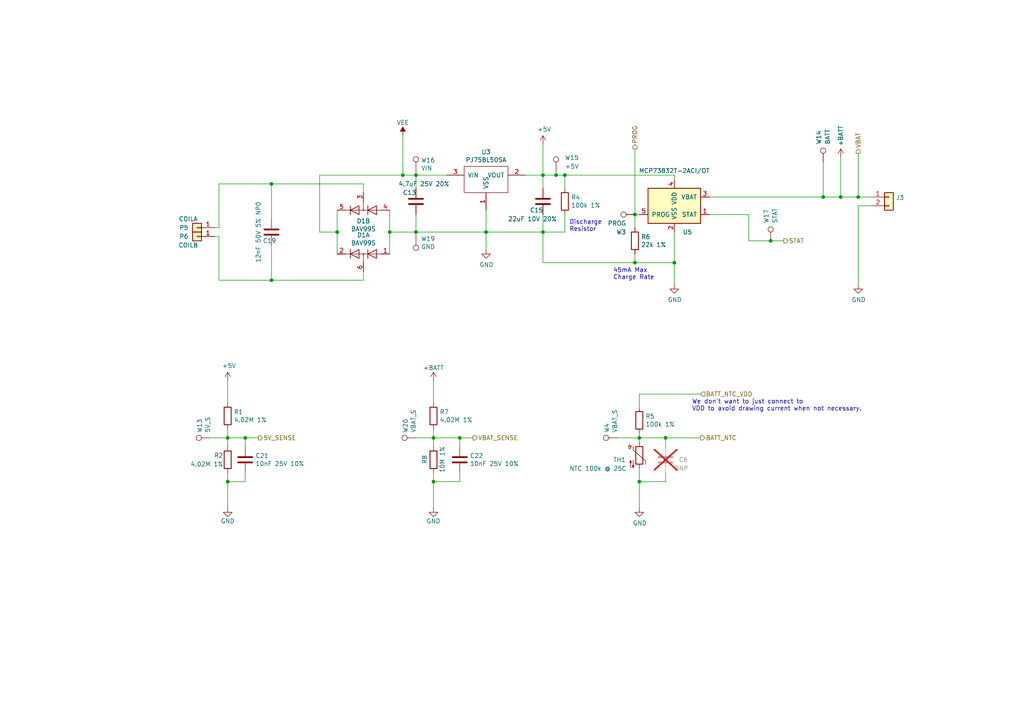
<source format=kicad_sch>
(kicad_sch (version 20230121) (generator eeschema)
  (paper "A4")
  (title_block (title "Pixels D6 Schematic, Main") (date "2022-08-26") (rev "3") (company "Systemic Games, LLC") (comment 1 "Wireless Charging"))
  (lib_symbols
    (symbol "Connector_Generic:Conn_01x01" (pin_names (offset 1.016) hide)
      (property "Reference" "J" (at 0 2.54 0))
      (property "Value" "Conn_01x01" (at 0 -2.54 0))
      (symbol "Conn_01x01_1_1"
        (rectangle (start -1.27 0.127) (end 0 -0.127) (stroke (width 0.1524)))
        (rectangle (start -1.27 1.27) (end 1.27 -1.27) (stroke (width 0.254)) (fill (type background)))
        (pin passive line (at -5.08 0 0) (length 3.81) (name "Pin_1") (number "1"))
      )
    )
    (symbol "Connector_Generic:Conn_01x02" (pin_names (offset 1.016) hide)
      (property "Reference" "J" (at 0 2.54 0))
      (property "Value" "Conn_01x02" (at 0 -5.08 0))
      (symbol "Conn_01x02_1_1"
        (rectangle (start -1.27 -2.413) (end 0 -2.667) (stroke (width 0.1524)))
        (rectangle (start -1.27 0.127) (end 0 -0.127) (stroke (width 0.1524)))
        (rectangle (start -1.27 1.27) (end 1.27 -3.81) (stroke (width 0.254)) (fill (type background)))
        (pin passive line (at -5.08 0 0) (length 3.81) (name "Pin_1") (number "1"))
        (pin passive line (at -5.08 -2.54 0) (length 3.81) (name "Pin_2") (number "2"))
      )
    )
    (symbol "Device:C" (pin_numbers hide) (pin_names (offset 0.254))
      (property "Reference" "C" (at 0.635 2.54 0))
      (property "Value" "C" (at 0.635 -2.54 0))
      (symbol "C_0_1"
        (polyline (pts (xy -2.032 -0.762) (xy 2.032 -0.762)) (stroke (width 0.508)))
        (polyline (pts (xy -2.032 0.762) (xy 2.032 0.762)) (stroke (width 0.508)))
      )
      (symbol "C_1_1"
        (pin passive line (at 0 3.81 270) (length 2.794) (name "~") (number "1"))
        (pin passive line (at 0 -3.81 90) (length 2.794) (name "~") (number "2"))
      )
    )
    (symbol "Device:R" (pin_numbers hide) (pin_names (offset 0))
      (property "Reference" "R" (at 2.032 0 90))
      (property "Value" "R" (at 0 0 90))
      (symbol "R_0_1"
        (rectangle (start -1.016 -2.54) (end 1.016 2.54) (stroke (width 0.254)))
      )
      (symbol "R_1_1"
        (pin passive line (at 0 3.81 270) (length 1.27) (name "~") (number "1"))
        (pin passive line (at 0 -3.81 90) (length 1.27) (name "~") (number "2"))
      )
    )
    (symbol "Device:Thermistor_NTC" (pin_numbers hide) (pin_names (offset 0))
      (property "Reference" "TH" (at -4.445 0 90))
      (property "Value" "Thermistor_NTC" (at 3.175 0 90))
      (symbol "Thermistor_NTC_0_1"
        (arc (start -3.048 2.159) (mid -3.0495 2.3143) (end -3.175 2.413))
        (arc (start -3.048 2.159) (mid -2.9736 1.9794) (end -2.794 1.905))
        (arc (start -3.048 2.794) (mid -2.9736 2.6144) (end -2.794 2.54))
        (arc (start -2.794 1.905) (mid -2.6144 1.9794) (end -2.54 2.159))
        (arc (start -2.794 2.54) (mid -2.4393 2.5587) (end -2.159 2.794))
        (arc (start -2.794 3.048) (mid -2.9736 2.9736) (end -3.048 2.794))
        (arc (start -2.54 2.794) (mid -2.6144 2.9736) (end -2.794 3.048))
        (rectangle (start -1.016 2.54) (end 1.016 -2.54) (stroke (width 0.254)))
        (polyline (pts (xy -2.54 2.159) (xy -2.54 2.794)))
        (polyline (pts (xy -1.778 2.54) (xy -1.778 1.524) (xy 1.778 -1.524) (xy 1.778 -2.54)))
        (polyline (pts (xy -2.54 -3.683) (xy -2.54 -1.397) (xy -2.794 -2.159) (xy -2.286 -2.159) (xy -2.54 -1.397) (xy -2.54 -1.651)) (fill (type outline)))
        (polyline (pts (xy -1.778 -1.397) (xy -1.778 -3.683) (xy -2.032 -2.921) (xy -1.524 -2.921) (xy -1.778 -3.683) (xy -1.778 -3.429)) (fill (type outline)))
      )
      (symbol "Thermistor_NTC_1_1"
        (pin passive line (at 0 3.81 270) (length 1.27) (name "~") (number "1"))
        (pin passive line (at 0 -3.81 90) (length 1.27) (name "~") (number "2"))
      )
    )
    (symbol "Pixels-dice:BAV99S-diode" (pin_names (offset 0.0254) hide)
      (property "Reference" "D" (at 0 2.54 0))
      (property "Value" "BAV99S-diode" (at 0 5.08 0))
      (symbol "BAV99S-diode_0_1"
        (polyline (pts (xy -5.08 0) (xy 5.08 0)))
        (polyline (pts (xy 0 0) (xy 0 -2.54)))
        (polyline (pts (xy -1.27 -1.27) (xy -1.27 1.27) (xy -1.27 1.27)) (stroke (width 0.2032)))
        (polyline (pts (xy 3.81 1.27) (xy 3.81 -1.27) (xy 3.81 -1.27)) (stroke (width 0.2032)))
        (polyline (pts (xy -3.81 1.27) (xy -1.27 0) (xy -3.81 -1.27) (xy -3.81 1.27) (xy -3.81 1.27) (xy -3.81 1.27)) (stroke (width 0.2032)))
        (polyline (pts (xy 1.27 1.27) (xy 3.81 0) (xy 1.27 -1.27) (xy 1.27 1.27) (xy 1.27 1.27) (xy 1.27 1.27)) (stroke (width 0.2032)))
        (circle (center 0 0) (radius 0.127))
      )
      (symbol "BAV99S-diode_1_1"
        (polyline (pts (xy 6.35 0) (xy 7.62 0)))
        (pin passive line (at -7.62 0 0) (length 2.54) (name "A1") (number "1"))
        (pin passive line (at 7.62 0 180) (length 2.54) (name "K2") (number "2"))
        (pin passive line (at 0 -5.08 90) (length 2.54) (name "K3A4") (number "6"))
      )
      (symbol "BAV99S-diode_2_1"
        (polyline (pts (xy 6.35 0) (xy 7.62 0)))
        (pin passive line (at 0 -5.08 90) (length 2.54) (name "K1A2") (number "3"))
        (pin passive line (at -7.62 0 0) (length 2.54) (name "A3") (number "4"))
        (pin passive line (at 7.62 0 180) (length 2.54) (name "K4") (number "5"))
      )
    )
    (symbol "Pixels-dice:HX6306P502MR" (pin_names (offset 1.016))
      (property "Reference" "U" (at 3.81 -6.35 0))
      (property "Value" "HX6306P502MR" (at 0 3.81 0))
      (symbol "HX6306P502MR_0_1"
        (rectangle (start -6.35 2.54) (end 6.35 -5.08))
      )
      (symbol "HX6306P502MR_1_1"
        (pin power_in line (at 0 -10.16 90) (length 5.08) (name "VSS") (number "1"))
        (pin power_out line (at 11.43 0 180) (length 5.08) (name "VOUT") (number "2"))
        (pin power_in line (at -11.43 0 0) (length 5.08) (name "VIN") (number "3"))
      )
    )
    (symbol "Pixels-dice:MCP73831-2-OT-battery_management" (pin_names (offset 1.016))
      (property "Reference" "U" (at -7.62 6.35 0))
      (property "Value" "MCP73831-2-OT-battery_management" (at 1.27 6.35 0))
      (symbol "MCP73831-2-OT-battery_management_0_1"
        (rectangle (start -7.62 5.08) (end 7.62 -5.08) (stroke (width 0.254)) (fill (type background)))
      )
      (symbol "MCP73831-2-OT-battery_management_1_1"
        (pin output line (at 10.16 -2.54 180) (length 2.54) (name "STAT") (number "1"))
        (pin power_in line (at 0 -7.62 90) (length 2.54) (name "VSS") (number "2"))
        (pin power_out line (at 10.16 2.54 180) (length 2.54) (name "VBAT") (number "3"))
        (pin power_in line (at 0 7.62 270) (length 2.54) (name "VDD") (number "4"))
        (pin input line (at -10.16 -2.54 0) (length 2.54) (name "PROG") (number "5"))
      )
    )
    (symbol "Pixels-dice:TEST_1P-conn" (pin_numbers hide) (pin_names (offset 0.762) hide) (in_bom no)
      (property "Reference" "W" (at 0 6.858 0))
      (property "Value" "TEST_1P-conn" (at 0 5.08 0))
      (symbol "TEST_1P-conn_0_1"
        (circle (center 0 3.302) (radius 0.762))
      )
      (symbol "TEST_1P-conn_1_1"
        (pin passive line (at 0 0 90) (length 2.54) (name "1") (number "1"))
      )
    )
    (symbol "TEST_1P-conn_1" (pin_numbers hide) (pin_names (offset 0.762) hide) (in_bom no)
      (property "Reference" "W" (at 0 6.858 0))
      (property "Value" "TEST_1P-conn_1" (at 0 5.08 0))
      (symbol "TEST_1P-conn_1_0_1"
        (circle (center 0 3.302) (radius 0.762))
      )
      (symbol "TEST_1P-conn_1_1_1"
        (pin passive line (at 0 0 90) (length 2.54) (name "1") (number "1"))
      )
    )
    (symbol "TEST_1P-conn_2" (pin_numbers hide) (pin_names (offset 0.762) hide) (in_bom no)
      (property "Reference" "W" (at 0 6.858 0))
      (property "Value" "TEST_1P-conn_2" (at 0 5.08 0))
      (symbol "TEST_1P-conn_2_0_1"
        (circle (center 0 3.302) (radius 0.762))
      )
      (symbol "TEST_1P-conn_2_1_1"
        (pin passive line (at 0 0 90) (length 2.54) (name "1") (number "1"))
      )
    )
    (symbol "TEST_1P-conn_3" (pin_numbers hide) (pin_names (offset 0.762) hide) (in_bom no)
      (property "Reference" "W" (at 0 6.858 0))
      (property "Value" "TEST_1P-conn_3" (at 0 5.08 0))
      (symbol "TEST_1P-conn_3_0_1"
        (circle (center 0 3.302) (radius 0.762))
      )
      (symbol "TEST_1P-conn_3_1_1"
        (pin passive line (at 0 0 90) (length 2.54) (name "1") (number "1"))
      )
    )
    (symbol "TEST_1P-conn_4" (pin_numbers hide) (pin_names (offset 0.762) hide) (in_bom no)
      (property "Reference" "W" (at 0 6.858 0))
      (property "Value" "TEST_1P-conn_4" (at 0 5.08 0))
      (symbol "TEST_1P-conn_4_0_1"
        (circle (center 0 3.302) (radius 0.762))
      )
      (symbol "TEST_1P-conn_4_1_1"
        (pin passive line (at 0 0 90) (length 2.54) (name "1") (number "1"))
      )
    )
    (symbol "TEST_1P-conn_5" (pin_numbers hide) (pin_names (offset 0.762) hide) (in_bom no)
      (property "Reference" "W" (at 0 6.858 0))
      (property "Value" "TEST_1P-conn_5" (at 0 5.08 0))
      (symbol "TEST_1P-conn_5_0_1"
        (circle (center 0 3.302) (radius 0.762))
      )
      (symbol "TEST_1P-conn_5_1_1"
        (pin passive line (at 0 0 90) (length 2.54) (name "1") (number "1"))
      )
    )
    (symbol "TEST_1P-conn_6" (pin_numbers hide) (pin_names (offset 0.762) hide) (in_bom no)
      (property "Reference" "W" (at 0 6.858 0))
      (property "Value" "TEST_1P-conn_6" (at 0 5.08 0))
      (symbol "TEST_1P-conn_6_0_1"
        (circle (center 0 3.302) (radius 0.762))
      )
      (symbol "TEST_1P-conn_6_1_1"
        (pin passive line (at 0 0 90) (length 2.54) (name "1") (number "1"))
      )
    )
    (symbol "TEST_1P-conn_7" (pin_numbers hide) (pin_names (offset 0.762) hide) (in_bom no)
      (property "Reference" "W" (at 0 6.858 0))
      (property "Value" "TEST_1P-conn_7" (at 0 5.08 0))
      (symbol "TEST_1P-conn_7_0_1"
        (circle (center 0 3.302) (radius 0.762))
      )
      (symbol "TEST_1P-conn_7_1_1"
        (pin passive line (at 0 0 90) (length 2.54) (name "1") (number "1"))
      )
    )
    (symbol "TEST_1P-conn_8" (pin_numbers hide) (pin_names (offset 0.762) hide) (in_bom no)
      (property "Reference" "W" (at 0 6.858 0))
      (property "Value" "TEST_1P-conn_8" (at 0 5.08 0))
      (symbol "TEST_1P-conn_8_0_1"
        (circle (center 0 3.302) (radius 0.762))
      )
      (symbol "TEST_1P-conn_8_1_1"
        (pin passive line (at 0 0 90) (length 2.54) (name "1") (number "1"))
      )
    )
    (symbol "power:+5V" (power) (pin_names (offset 0))
      (property "Value" "+5V" (at 0 3.556 0))
      (symbol "+5V_0_1"
        (polyline (pts (xy -0.762 1.27) (xy 0 2.54)))
        (polyline (pts (xy 0 0) (xy 0 2.54)))
        (polyline (pts (xy 0 2.54) (xy 0.762 1.27)))
      )
      (symbol "+5V_1_1"
        (pin power_in line (at 0 0 90) (length 0) hide (name "+5V") (number "1"))
      )
    )
    (symbol "power:+BATT" (power) (pin_names (offset 0))
      (property "Value" "+BATT" (at 0 3.556 0))
      (symbol "+BATT_0_1"
        (polyline (pts (xy -0.762 1.27) (xy 0 2.54)))
        (polyline (pts (xy 0 0) (xy 0 2.54)))
        (polyline (pts (xy 0 2.54) (xy 0.762 1.27)))
      )
      (symbol "+BATT_1_1"
        (pin power_in line (at 0 0 90) (length 0) hide (name "+BATT") (number "1"))
      )
    )
    (symbol "power:GND" (power) (pin_names (offset 0))
      (property "Value" "GND" (at 0 -3.81 0))
      (symbol "GND_0_1"
        (polyline (pts (xy 0 0) (xy 0 -1.27) (xy 1.27 -1.27) (xy 0 -2.54) (xy -1.27 -1.27) (xy 0 -1.27)))
      )
      (symbol "GND_1_1"
        (pin power_in line (at 0 0 270) (length 0) hide (name "GND") (number "1"))
      )
    )
    (symbol "power:VEE" (power) (pin_names (offset 0))
      (property "Value" "VEE" (at 0 3.81 0))
      (symbol "VEE_0_1"
        (polyline (pts (xy 0 0) (xy 0 2.54)))
        (polyline (pts (xy 0.762 1.27) (xy -0.762 1.27) (xy 0 2.54) (xy 0.762 1.27)) (fill (type outline)))
      )
      (symbol "VEE_1_1"
        (pin power_in line (at 0 0 90) (length 0) hide (name "VEE") (number "1"))
      )
    )
  )
  (junction (at 97.79 67.31))
  (junction (at 248.92 57.15))
  (junction (at 66.04 127))
  (junction (at 184.15 76.2))
  (junction (at 66.04 139.7))
  (junction (at 195.58 76.2))
  (junction (at 157.48 67.31))
  (junction (at 243.84 57.15))
  (junction (at 140.97 67.31))
  (junction (at 120.65 67.31))
  (junction (at 78.74 53.34))
  (junction (at 120.65 50.8))
  (junction (at 163.83 50.8))
  (junction (at 125.73 139.7))
  (junction (at 71.12 127))
  (junction (at 185.42 139.7))
  (junction (at 238.76 57.15))
  (junction (at 157.48 50.8))
  (junction (at 78.74 81.28))
  (junction (at 185.42 127))
  (junction (at 161.29 50.8))
  (junction (at 193.04 127))
  (junction (at 125.73 127))
  (junction (at 113.03 67.31))
  (junction (at 223.52 69.85))
  (junction (at 116.84 50.8))
  (junction (at 184.15 62.23))
  (junction (at 133.35 127))
  (wire (pts (xy 157.48 76.2) (xy 184.15 76.2)))
  (wire (pts (xy 78.74 81.28) (xy 63.5 81.28)))
  (wire (pts (xy 238.76 57.15) (xy 243.84 57.15)))
  (wire (pts (xy 133.35 139.7) (xy 125.73 139.7)))
  (wire (pts (xy 66.04 137.16) (xy 66.04 139.7)))
  (wire (pts (xy 157.48 67.31) (xy 157.48 76.2)))
  (wire (pts (xy 161.29 49.53) (xy 161.29 50.8)))
  (wire (pts (xy 205.74 57.15) (xy 238.76 57.15)))
  (wire (pts (xy 60.96 127) (xy 66.04 127)))
  (wire (pts (xy 185.42 118.11) (xy 185.42 114.3)))
  (wire (pts (xy 217.17 69.85) (xy 223.52 69.85)))
  (wire (pts (xy 66.04 116.84) (xy 66.04 110.49)))
  (wire (pts (xy 78.74 53.34) (xy 63.5 53.34)))
  (wire (pts (xy 248.92 44.45) (xy 248.92 57.15)))
  (wire (pts (xy 193.04 127) (xy 193.04 129.54)))
  (wire (pts (xy 157.48 41.91) (xy 157.48 50.8)))
  (wire (pts (xy 248.92 57.15) (xy 243.84 57.15)))
  (wire (pts (xy 63.5 81.28) (xy 63.5 68.58)))
  (wire (pts (xy 97.79 60.96) (xy 97.79 67.31)))
  (wire (pts (xy 133.35 127) (xy 137.16 127)))
  (wire (pts (xy 157.48 67.31) (xy 157.48 62.23)))
  (wire (pts (xy 163.83 62.23) (xy 163.83 67.31)))
  (wire (pts (xy 205.74 62.23) (xy 217.17 62.23)))
  (wire (pts (xy 238.76 46.99) (xy 238.76 57.15)))
  (wire (pts (xy 184.15 73.66) (xy 184.15 76.2)))
  (wire (pts (xy 66.04 124.46) (xy 66.04 127)))
  (wire (pts (xy 179.07 127) (xy 185.42 127)))
  (wire (pts (xy 63.5 66.04) (xy 62.23 66.04)))
  (wire (pts (xy 66.04 139.7) (xy 66.04 147.32)))
  (wire (pts (xy 185.42 125.73) (xy 185.42 127)))
  (wire (pts (xy 163.83 50.8) (xy 163.83 54.61)))
  (wire (pts (xy 161.29 50.8) (xy 163.83 50.8)))
  (wire (pts (xy 66.04 129.54) (xy 66.04 127)))
  (wire (pts (xy 63.5 53.34) (xy 63.5 66.04)))
  (wire (pts (xy 97.79 67.31) (xy 97.79 73.66)))
  (wire (pts (xy 185.42 127) (xy 193.04 127)))
  (wire (pts (xy 113.03 60.96) (xy 113.03 67.31)))
  (wire (pts (xy 140.97 67.31) (xy 157.48 67.31)))
  (wire (pts (xy 113.03 67.31) (xy 113.03 73.66)))
  (wire (pts (xy 193.04 139.7) (xy 185.42 139.7)))
  (wire (pts (xy 120.65 49.53) (xy 120.65 50.8)))
  (wire (pts (xy 133.35 137.16) (xy 133.35 139.7)))
  (wire (pts (xy 71.12 137.16) (xy 71.12 139.7)))
  (wire (pts (xy 185.42 127) (xy 185.42 128.27)))
  (wire (pts (xy 163.83 67.31) (xy 157.48 67.31)))
  (wire (pts (xy 66.04 127) (xy 71.12 127)))
  (wire (pts (xy 248.92 59.69) (xy 248.92 82.55)))
  (wire (pts (xy 193.04 137.16) (xy 193.04 139.7)))
  (wire (pts (xy 185.42 139.7) (xy 185.42 147.32)))
  (wire (pts (xy 105.41 78.74) (xy 105.41 81.28)))
  (wire (pts (xy 120.65 50.8) (xy 129.54 50.8)))
  (wire (pts (xy 120.65 50.8) (xy 120.65 54.61)))
  (wire (pts (xy 120.65 127) (xy 125.73 127)))
  (wire (pts (xy 140.97 67.31) (xy 140.97 72.39)))
  (wire (pts (xy 125.73 127) (xy 125.73 129.54)))
  (wire (pts (xy 125.73 110.49) (xy 125.73 116.84)))
  (wire (pts (xy 125.73 137.16) (xy 125.73 139.7)))
  (wire (pts (xy 243.84 45.72) (xy 243.84 57.15)))
  (wire (pts (xy 71.12 127) (xy 74.93 127)))
  (wire (pts (xy 78.74 71.12) (xy 78.74 81.28)))
  (wire (pts (xy 120.65 67.31) (xy 113.03 67.31)))
  (wire (pts (xy 195.58 52.07) (xy 195.58 50.8)))
  (wire (pts (xy 217.17 62.23) (xy 217.17 69.85)))
  (wire (pts (xy 71.12 129.54) (xy 71.12 127)))
  (wire (pts (xy 195.58 67.31) (xy 195.58 76.2)))
  (wire (pts (xy 152.4 50.8) (xy 157.48 50.8)))
  (wire (pts (xy 223.52 69.85) (xy 227.33 69.85)))
  (wire (pts (xy 157.48 50.8) (xy 157.48 54.61)))
  (wire (pts (xy 92.71 50.8) (xy 116.84 50.8)))
  (wire (pts (xy 140.97 60.96) (xy 140.97 67.31)))
  (wire (pts (xy 63.5 68.58) (xy 62.23 68.58)))
  (wire (pts (xy 78.74 53.34) (xy 105.41 53.34)))
  (wire (pts (xy 97.79 67.31) (xy 92.71 67.31)))
  (wire (pts (xy 133.35 127) (xy 133.35 129.54)))
  (wire (pts (xy 193.04 127) (xy 203.2 127)))
  (wire (pts (xy 71.12 139.7) (xy 66.04 139.7)))
  (wire (pts (xy 252.73 59.69) (xy 248.92 59.69)))
  (wire (pts (xy 185.42 62.23) (xy 184.15 62.23)))
  (wire (pts (xy 184.15 43.18) (xy 184.15 62.23)))
  (wire (pts (xy 120.65 68.58) (xy 120.65 67.31)))
  (wire (pts (xy 125.73 124.46) (xy 125.73 127)))
  (wire (pts (xy 185.42 114.3) (xy 203.2 114.3)))
  (wire (pts (xy 184.15 76.2) (xy 195.58 76.2)))
  (wire (pts (xy 125.73 127) (xy 133.35 127)))
  (wire (pts (xy 157.48 50.8) (xy 161.29 50.8)))
  (wire (pts (xy 92.71 67.31) (xy 92.71 50.8)))
  (wire (pts (xy 185.42 135.89) (xy 185.42 139.7)))
  (wire (pts (xy 252.73 57.15) (xy 248.92 57.15)))
  (wire (pts (xy 125.73 139.7) (xy 125.73 147.32)))
  (wire (pts (xy 116.84 39.37) (xy 116.84 50.8)))
  (wire (pts (xy 120.65 62.23) (xy 120.65 67.31)))
  (wire (pts (xy 120.65 67.31) (xy 140.97 67.31)))
  (wire (pts (xy 105.41 55.88) (xy 105.41 53.34)))
  (wire (pts (xy 184.15 62.23) (xy 184.15 66.04)))
  (wire (pts (xy 78.74 63.5) (xy 78.74 53.34)))
  (wire (pts (xy 195.58 76.2) (xy 195.58 82.55)))
  (wire (pts (xy 163.83 50.8) (xy 195.58 50.8)))
  (wire (pts (xy 116.84 50.8) (xy 120.65 50.8)))
  (wire (pts (xy 78.74 81.28) (xy 105.41 81.28)))
  (text "Discharge\nResistor" (at 165.1 67.31 0) (effects (font (size 1.27 1.27)) (justify left bottom)))
  (text "We don't want to just connect to\nVDD to avoid drawing current when not necessary." (at 200.66 119.38 0) (effects (font (size 1.27 1.27)) (justify left bottom)))
  (text "45mA Max\nCharge Rate" (at 177.8 81.28 0) (effects (font (size 1.27 1.27)) (justify left bottom)))
  (hierarchical_label "BATT_NTC" (shape output) (at 203.2 127 0))
  (hierarchical_label "VBAT" (shape output) (at 248.92 44.45 90))
  (hierarchical_label "PROG" (shape output) (at 184.15 43.18 90))
  (hierarchical_label "5V_SENSE" (shape output) (at 74.93 127 0))
  (hierarchical_label "STAT" (shape output) (at 227.33 69.85 0))
  (hierarchical_label "BATT_NTC_VDD" (shape input) (at 203.2 114.3 0))
  (hierarchical_label "VBAT_SENSE" (shape output) (at 137.16 127 0))
  (symbol (lib_id "Device:R") (at 185.42 121.92 0) (unit 1)
    (property "Reference" "R5" (at 187.198 120.7516 0) (effects (justify left)))
    (property "Value" "100k 1%" (at 187.198 123.063 0) (effects (justify left)))
    (property "Footprint" "Pixels-dice:R_0402_1005Metric" (effects hide))
    (property "Generic OK" "YES" (effects hide))
    (property "Pixels Part Number" "SMD-R006" (effects hide))
    (property "Manufacturer" "UNI-ROYAL(Uniroyal Elec)" (effects hide))
    (property "Manufacturer Part Number" "0402WGF1003TCE" (effects hide))
  )
  (symbol (lib_id "power:GND") (at 248.92 82.55 0) (unit 1)
    (property "Reference" "#PWR052" (effects hide))
    (property "Value" "GND" (at 249.047 86.9442 0))
  )
  (symbol (lib_id "Device:C") (at 120.65 58.42 0) (unit 1)
    (property "Reference" "C13" (at 116.84 55.88 0) (effects (justify left)))
    (property "Value" "4.7uF 25V 20%" (at 115.57 53.34 0) (effects (justify left)))
    (property "Footprint" "Capacitor_SMD:C_0603_1608Metric" (effects hide))
    (property "Generic OK" "YES" (effects hide))
    (property "Pixels Part Number" "SMD-C010" (effects hide))
    (property "Manufacturer" "Murata" (effects hide))
    (property "Manufacturer Part Number" "GRM188R61E475KE11D" (effects hide))
  )
  (symbol (lib_name "TEST_1P-conn_4") (lib_id "Pixels-dice:TEST_1P-conn") (at 120.65 49.53 0) (unit 1) (in_bom no)
    (property "Reference" "W16" (at 122.1232 46.482 0) (effects (justify left)))
    (property "Value" "VIN" (at 122.1232 48.7934 0) (effects (justify left)))
    (property "Footprint" "Pixels-dice:TEST_PIN" (effects hide))
    (property "Generic OK" "N/A" (effects hide))
  )
  (symbol (lib_id "power:VEE") (at 116.84 39.37 0) (unit 1)
    (property "Reference" "#PWR032" (effects hide))
    (property "Value" "VEE" (at 116.84 35.56 0))
  )
  (symbol (lib_id "power:+5V") (at 66.04 110.49 0) (unit 1)
    (property "Reference" "#PWR057" (effects hide))
    (property "Value" "+5V" (at 66.421 106.0958 0))
  )
  (symbol (lib_id "Device:Thermistor_NTC") (at 185.42 132.08 0) (unit 1)
    (property "Reference" "TH1" (at 177.8 133.35 0) (effects (justify left)))
    (property "Value" "NTC 100k @ 25C" (at 165.1 135.89 0) (effects (justify left)))
    (property "Footprint" "Pixels-dice:R_0402_1005Metric" (effects hide))
    (property "Generic OK" "NO" (effects hide))
    (property "Manufacturer" "TDK" (effects hide))
    (property "Manufacturer Part Number" "NTCG104EF104FT1X" (effects hide))
  )
  (symbol (lib_name "TEST_1P-conn_5") (lib_id "Pixels-dice:TEST_1P-conn") (at 60.96 127 90) (unit 1) (in_bom no)
    (property "Reference" "W13" (at 57.912 125.5268 0) (effects (justify left)))
    (property "Value" "5V_S" (at 60.2234 125.5268 0) (effects (justify left)))
    (property "Footprint" "Pixels-dice:TEST_PIN" (effects hide))
    (property "Generic OK" "N/A" (effects hide))
  )
  (symbol (lib_id "Device:C") (at 78.74 67.31 0) (unit 1)
    (property "Reference" "C19" (at 76.2 69.85 0) (effects (justify left)))
    (property "Value" "12nF 50V 5% NP0" (at 74.93 76.2 90) (effects (justify left)))
    (property "Footprint" "Capacitor_SMD:C_0805_2012Metric" (effects hide))
    (property "Generic OK" "YES" (effects hide))
    (property "Pixels Part Number" "SMD-C011" (effects hide))
    (property "Manufacturer" "Murata" (effects hide))
    (property "Manufacturer Part Number" "GRM2195C1H123JA01D" (effects hide))
  )
  (symbol (lib_id "Pixels-dice:TEST_1P-conn") (at 179.07 127 90) (unit 1) (in_bom no)
    (property "Reference" "W4" (at 176.022 125.5268 0) (effects (justify left)))
    (property "Value" "VBAT_S" (at 178.3334 125.5268 0) (effects (justify left)))
    (property "Footprint" "Pixels-dice:TEST_PIN" (effects hide))
    (property "Generic OK" "N/A" (effects hide))
  )
  (symbol (lib_id "Device:R") (at 184.15 69.85 0) (unit 1)
    (property "Reference" "R6" (at 185.928 68.6816 0) (effects (justify left)))
    (property "Value" "22k 1%" (at 185.928 70.993 0) (effects (justify left)))
    (property "Footprint" "Resistor_SMD:R_0402_1005Metric" (effects hide))
    (property "Generic OK" "YES" (effects hide))
    (property "Pixels Part Number" "SMD-R002" (effects hide))
    (property "Manufacturer" "UNI-ROYAL(Uniroyal Elec)" (effects hide))
    (property "Manufacturer Part Number" "0402WGF2202TCE" (effects hide))
  )
  (symbol (lib_id "Device:R") (at 125.73 120.65 0) (unit 1)
    (property "Reference" "R7" (at 127.508 119.4816 0) (effects (justify left)))
    (property "Value" "4.02M 1%" (at 127.508 121.793 0) (effects (justify left)))
    (property "Footprint" "Resistor_SMD:R_0402_1005Metric" (effects hide))
    (property "Generic OK" "YES" (effects hide))
    (property "Pixels Part Number" "SMD-R003" (effects hide))
    (property "Manufacturer" "UNI-ROYAL(Uniroyal Elec)" (effects hide))
    (property "Manufacturer Part Number" "0402WGF4024TCE" (effects hide))
  )
  (symbol (lib_id "power:+BATT") (at 125.73 110.49 0) (unit 1)
    (property "Reference" "#PWR058" (effects hide))
    (property "Value" "+BATT" (at 125.73 106.68 0))
  )
  (symbol (lib_id "Device:R") (at 125.73 133.35 0) (unit 1)
    (property "Reference" "R8" (at 123.19 134.62 90) (effects (justify left)))
    (property "Value" "10M 1%" (at 128.27 137.16 90) (effects (justify left)))
    (property "Footprint" "Resistor_SMD:R_0402_1005Metric" (effects hide))
    (property "Generic OK" "YES" (effects hide))
    (property "Pixels Part Number" "SMD-R004" (effects hide))
    (property "Manufacturer" "UNI-ROYAL(Uniroyal Elec)" (effects hide))
    (property "Manufacturer Part Number" "0402WGF1005TCE" (effects hide))
  )
  (symbol (lib_id "Pixels-dice:MCP73831-2-OT-battery_management") (at 195.58 59.69 0) (unit 1)
    (property "Reference" "U5" (at 199.39 67.31 0))
    (property "Value" "MCP73832T-2ACI/OT" (at 195.58 49.53 0))
    (property "Footprint" "Package_TO_SOT_SMD:SOT-23-5" (effects hide))
    (property "Datasheet" "http://ww1.microchip.com/downloads/en/DeviceDoc/20001984g.pdf" (effects hide))
    (property "Generic OK" "NO" (effects hide))
    (property "Manufacturer" "Microchip" (effects hide))
    (property "Manufacturer Part Number" "MCP73832T-2ACI/OT" (effects hide))
    (property "Pixels Part Number" "SMD-U005" (effects hide))
  )
  (symbol (lib_id "Device:R") (at 66.04 120.65 0) (unit 1)
    (property "Reference" "R1" (at 67.818 119.4816 0) (effects (justify left)))
    (property "Value" "4.02M 1%" (at 67.818 121.793 0) (effects (justify left)))
    (property "Footprint" "Resistor_SMD:R_0402_1005Metric" (effects hide))
    (property "Generic OK" "YES" (effects hide))
    (property "Pixels Part Number" "SMD-R003" (effects hide))
    (property "Manufacturer" "UNI-ROYAL(Uniroyal Elec)" (effects hide))
    (property "Manufacturer Part Number" "0402WGF4024TCE" (effects hide))
  )
  (symbol (lib_id "Device:R") (at 163.83 58.42 0) (unit 1)
    (property "Reference" "R4" (at 165.608 57.2516 0) (effects (justify left)))
    (property "Value" "100k 1%" (at 165.608 59.563 0) (effects (justify left)))
    (property "Footprint" "Pixels-dice:R_0402_1005Metric" (effects hide))
    (property "Generic OK" "YES" (effects hide))
    (property "Pixels Part Number" "SMD-R006" (effects hide))
    (property "Manufacturer" "UNI-ROYAL(Uniroyal Elec)" (effects hide))
    (property "Manufacturer Part Number" "0402WGF1003TCE" (effects hide))
  )
  (symbol (lib_id "Device:R") (at 66.04 133.35 180) (unit 1)
    (property "Reference" "R2" (at 64.77 132.08 0) (effects (justify left)))
    (property "Value" "4.02M 1%" (at 64.77 134.62 0) (effects (justify left)))
    (property "Footprint" "Resistor_SMD:R_0402_1005Metric" (effects hide))
    (property "Generic OK" "YES" (effects hide))
    (property "Pixels Part Number" "SMD-R003" (effects hide))
    (property "Manufacturer" "UNI-ROYAL(Uniroyal Elec)" (effects hide))
    (property "Manufacturer Part Number" "0402WGF4024TCE" (effects hide))
  )
  (symbol (lib_id "power:GND") (at 125.73 147.32 0) (unit 1)
    (property "Reference" "#PWR060" (effects hide))
    (property "Value" "GND" (at 125.73 151.13 0))
  )
  (symbol (lib_id "power:+5V") (at 157.48 41.91 0) (unit 1)
    (property "Reference" "#PWR040" (effects hide))
    (property "Value" "+5V" (at 157.861 37.5158 0))
  )
  (symbol (lib_id "Device:C") (at 133.35 133.35 0) (unit 1)
    (property "Reference" "C22" (at 136.271 132.1816 0) (effects (justify left)))
    (property "Value" "10nF 25V 10%" (at 136.271 134.493 0) (effects (justify left)))
    (property "Footprint" "Capacitor_SMD:C_0402_1005Metric" (effects hide))
    (property "Generic OK" "YES" (effects hide))
    (property "Pixels Part Number" "SMD-C009" (effects hide))
    (property "Manufacturer" "Murata" (effects hide))
    (property "Manufacturer Part Number" "GRM155R71H103KA88" (effects hide))
  )
  (symbol (lib_name "TEST_1P-conn_8") (lib_id "Pixels-dice:TEST_1P-conn") (at 223.52 69.85 0) (unit 1) (in_bom no)
    (property "Reference" "W17" (at 222.25 64.77 90) (effects (justify left)))
    (property "Value" "STAT" (at 224.79 64.77 90) (effects (justify left)))
    (property "Footprint" "Pixels-dice:TEST_PIN" (effects hide))
    (property "Generic OK" "N/A" (effects hide))
  )
  (symbol (lib_name "TEST_1P-conn_2") (lib_id "Pixels-dice:TEST_1P-conn") (at 184.15 62.23 90) (unit 1) (in_bom no)
    (property "Reference" "W3" (at 181.61 67.31 90) (effects (justify left)))
    (property "Value" "PROG" (at 181.61 64.77 90) (effects (justify left)))
    (property "Footprint" "Pixels-dice:TEST_PIN" (effects hide))
    (property "Generic OK" "N/A" (effects hide))
  )
  (symbol (lib_id "power:GND") (at 195.58 82.55 0) (unit 1)
    (property "Reference" "#PWR051" (effects hide))
    (property "Value" "GND" (at 195.707 86.9442 0))
  )
  (symbol (lib_id "power:GND") (at 140.97 72.39 0) (unit 1)
    (property "Reference" "#PWR050" (effects hide))
    (property "Value" "GND" (at 141.097 76.7842 0))
  )
  (symbol (lib_id "power:+BATT") (at 243.84 45.72 0) (unit 1)
    (property "Reference" "#PWR041" (effects hide))
    (property "Value" "+BATT" (at 243.84 39.37 90))
  )
  (symbol (lib_id "Connector_Generic:Conn_01x02") (at 257.81 57.15 0) (unit 1) (in_bom no)
    (property "Reference" "J3" (at 259.842 57.3532 0) (effects (justify left)))
    (property "Value" "Conn_01x02" (effects hide))
    (property "Footprint" "Pixels-dice:Hongjie 10100 Connector" (effects hide))
    (property "Generic OK" "N/A" (effects hide))
  )
  (symbol (lib_id "Device:C") (at 157.48 58.42 0) (unit 1)
    (property "Reference" "C15" (at 153.67 60.96 0) (effects (justify left)))
    (property "Value" "22uF 10V 20%" (at 147.32 63.5 0) (effects (justify left)))
    (property "Footprint" "Capacitor_SMD:C_0603_1608Metric" (effects hide))
    (property "Generic OK" "YES" (effects hide))
    (property "Pixels Part Number" "SMD-C002" (effects hide))
    (property "Manufacturer" "Murata" (effects hide))
    (property "Manufacturer Part Number" "GRM188R61A226ME15D" (effects hide))
  )
  (symbol (lib_name "TEST_1P-conn_3") (lib_id "Pixels-dice:TEST_1P-conn") (at 120.65 68.58 180) (unit 1) (in_bom no)
    (property "Reference" "W19" (at 122.1232 69.2658 0) (effects (justify right)))
    (property "Value" "GND" (at 122.1232 71.5772 0) (effects (justify right)))
    (property "Footprint" "Pixels-dice:TEST_PIN" (effects hide))
    (property "Generic OK" "N/A" (effects hide))
  )
  (symbol (lib_name "TEST_1P-conn_7") (lib_id "Pixels-dice:TEST_1P-conn") (at 238.76 46.99 0) (unit 1) (in_bom no)
    (property "Reference" "W14" (at 237.49 41.91 90) (effects (justify left)))
    (property "Value" "BATT" (at 240.03 41.91 90) (effects (justify left)))
    (property "Footprint" "Pixels-dice:TEST_PIN" (effects hide))
    (property "Generic OK" "N/A" (effects hide))
  )
  (symbol (lib_id "Connector_Generic:Conn_01x01") (at 57.15 68.58 180) (unit 1) (in_bom no)
    (property "Reference" "P6" (at 53.34 68.58 0))
    (property "Value" "COILB" (at 54.61 71.12 0))
    (property "Footprint" "Pixels-dice:TestPoint_THTPad_D1.5mm_Drill0.7mm_nosilk" (effects hide))
    (property "Generic OK" "N/A" (effects hide))
  )
  (symbol (lib_id "Connector_Generic:Conn_01x01") (at 57.15 66.04 180) (unit 1) (in_bom no)
    (property "Reference" "P5" (at 53.34 66.04 0))
    (property "Value" "COILA" (at 54.61 63.5 0))
    (property "Footprint" "Pixels-dice:TestPoint_THTPad_D1.5mm_Drill0.7mm_nosilk" (effects hide))
    (property "Generic OK" "N/A" (effects hide))
  )
  (symbol (lib_name "TEST_1P-conn_6") (lib_id "Pixels-dice:TEST_1P-conn") (at 120.65 127 90) (unit 1) (in_bom no)
    (property "Reference" "W20" (at 117.602 125.5268 0) (effects (justify left)))
    (property "Value" "VBAT_S" (at 119.9134 125.5268 0) (effects (justify left)))
    (property "Footprint" "Pixels-dice:TEST_PIN" (effects hide))
    (property "Generic OK" "N/A" (effects hide))
  )
  (symbol (lib_id "Pixels-dice:HX6306P502MR") (at 140.97 50.8 0) (unit 1)
    (property "Reference" "U3" (at 140.97 44.069 0))
    (property "Value" "PJ75BL50SA" (at 140.97 46.3804 0))
    (property "Footprint" "Pixels-dice:SOT-23" (effects hide))
    (property "Manufacturer" "PJSEMI" (effects hide))
    (property "Manufacturer Part Number" "PJ75BL50SA" (effects hide))
    (property "Generic OK" "NO" (effects hide))
  )
  (symbol (lib_name "TEST_1P-conn_1") (lib_id "Pixels-dice:TEST_1P-conn") (at 161.29 49.53 0) (unit 1) (in_bom no)
    (property "Reference" "W15" (at 163.83 45.72 0) (effects (justify left)))
    (property "Value" "+5V" (at 163.83 48.26 0) (effects (justify left)))
    (property "Footprint" "Pixels-dice:TEST_PIN" (effects hide))
    (property "Generic OK" "N/A" (effects hide))
  )
  (symbol (lib_id "power:GND") (at 185.42 147.32 0) (unit 1)
    (property "Reference" "#PWR0123" (effects hide))
    (property "Value" "GND" (at 185.547 151.7142 0))
  )
  (symbol (lib_id "Pixels-dice:BAV99S-diode") (at 105.41 60.96 180) (unit 2)
    (property "Reference" "D1" (at 105.41 64.1096 0))
    (property "Value" "BAV99S" (at 105.41 66.421 0))
    (property "Footprint" "Package_TO_SOT_SMD:SOT-363_SC-70-6" (effects hide))
    (property "Datasheet" "https://assets.nexperia.com/documents/data-sheet/BAV99_SER.pdf" (effects hide))
    (property "Generic OK" "YES" (effects hide))
    (property "Manufacturer" "Nexperia" (effects hide))
    (property "Manufacturer Part Number" "BAV99S,115" (effects hide))
    (property "Pixels Part Number" "SMD-D001" (effects hide))
  )
  (symbol (lib_id "power:GND") (at 66.04 147.32 0) (unit 1)
    (property "Reference" "#PWR059" (effects hide))
    (property "Value" "GND" (at 66.04 151.13 0))
  )
  (symbol (lib_id "Pixels-dice:BAV99S-diode") (at 105.41 73.66 0) (mirror y) (unit 1)
    (property "Reference" "D1" (at 105.41 68.1736 0))
    (property "Value" "BAV99S" (at 105.41 70.485 0))
    (property "Footprint" "Package_TO_SOT_SMD:SOT-363_SC-70-6" (effects hide))
    (property "Datasheet" "https://assets.nexperia.com/documents/data-sheet/BAV99_SER.pdf" (effects hide))
    (property "Generic OK" "YES" (effects hide))
    (property "Manufacturer" "Nexperia" (effects hide))
    (property "Manufacturer Part Number" "BAV99S,115" (effects hide))
    (property "Pixels Part Number" "SMD-D001" (effects hide))
  )
  (symbol (lib_id "Device:C") (at 193.04 133.35 0) (unit 1) (dnp yes)
    (property "Reference" "C6" (at 196.85 133.35 0) (effects (justify left)))
    (property "Value" "DNP" (at 195.58 135.89 0) (effects (justify left)))
    (property "Footprint" "Pixels-dice:C_0402_1005Metric" (effects hide))
    (property "Generic OK" "YES" (effects hide))
  )
  (symbol (lib_id "Device:C") (at 71.12 133.35 0) (unit 1)
    (property "Reference" "C21" (at 74.041 132.1816 0) (effects (justify left)))
    (property "Value" "10nF 25V 10%" (at 74.041 134.493 0) (effects (justify left)))
    (property "Footprint" "Capacitor_SMD:C_0402_1005Metric" (effects hide))
    (property "Generic OK" "YES" (effects hide))
    (property "Pixels Part Number" "SMD-C009" (effects hide))
    (property "Manufacturer" "Murata" (effects hide))
    (property "Manufacturer Part Number" "GRM155R71H103KA88" (effects hide))
  )
)
</source>
